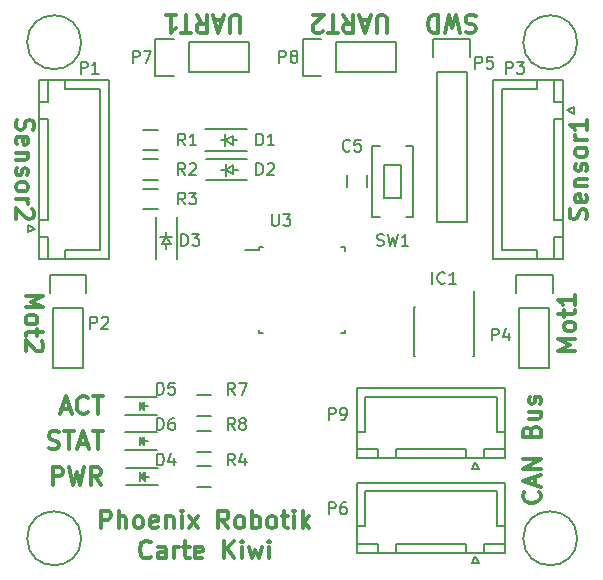
<source format=gbr>
G04 #@! TF.FileFunction,Legend,Top*
%FSLAX46Y46*%
G04 Gerber Fmt 4.6, Leading zero omitted, Abs format (unit mm)*
G04 Created by KiCad (PCBNEW 4.0.5) date Thu Feb  9 17:30:12 2017*
%MOMM*%
%LPD*%
G01*
G04 APERTURE LIST*
%ADD10C,0.100000*%
%ADD11C,0.300000*%
%ADD12C,0.150000*%
G04 APERTURE END LIST*
D10*
D11*
X132964285Y-130153571D02*
X132964285Y-128653571D01*
X133535713Y-128653571D01*
X133678571Y-128725000D01*
X133749999Y-128796429D01*
X133821428Y-128939286D01*
X133821428Y-129153571D01*
X133749999Y-129296429D01*
X133678571Y-129367857D01*
X133535713Y-129439286D01*
X132964285Y-129439286D01*
X134464285Y-130153571D02*
X134464285Y-128653571D01*
X135107142Y-130153571D02*
X135107142Y-129367857D01*
X135035713Y-129225000D01*
X134892856Y-129153571D01*
X134678571Y-129153571D01*
X134535713Y-129225000D01*
X134464285Y-129296429D01*
X136035714Y-130153571D02*
X135892856Y-130082143D01*
X135821428Y-130010714D01*
X135749999Y-129867857D01*
X135749999Y-129439286D01*
X135821428Y-129296429D01*
X135892856Y-129225000D01*
X136035714Y-129153571D01*
X136249999Y-129153571D01*
X136392856Y-129225000D01*
X136464285Y-129296429D01*
X136535714Y-129439286D01*
X136535714Y-129867857D01*
X136464285Y-130010714D01*
X136392856Y-130082143D01*
X136249999Y-130153571D01*
X136035714Y-130153571D01*
X137749999Y-130082143D02*
X137607142Y-130153571D01*
X137321428Y-130153571D01*
X137178571Y-130082143D01*
X137107142Y-129939286D01*
X137107142Y-129367857D01*
X137178571Y-129225000D01*
X137321428Y-129153571D01*
X137607142Y-129153571D01*
X137749999Y-129225000D01*
X137821428Y-129367857D01*
X137821428Y-129510714D01*
X137107142Y-129653571D01*
X138464285Y-129153571D02*
X138464285Y-130153571D01*
X138464285Y-129296429D02*
X138535713Y-129225000D01*
X138678571Y-129153571D01*
X138892856Y-129153571D01*
X139035713Y-129225000D01*
X139107142Y-129367857D01*
X139107142Y-130153571D01*
X139821428Y-130153571D02*
X139821428Y-129153571D01*
X139821428Y-128653571D02*
X139749999Y-128725000D01*
X139821428Y-128796429D01*
X139892856Y-128725000D01*
X139821428Y-128653571D01*
X139821428Y-128796429D01*
X140392857Y-130153571D02*
X141178571Y-129153571D01*
X140392857Y-129153571D02*
X141178571Y-130153571D01*
X143750000Y-130153571D02*
X143250000Y-129439286D01*
X142892857Y-130153571D02*
X142892857Y-128653571D01*
X143464285Y-128653571D01*
X143607143Y-128725000D01*
X143678571Y-128796429D01*
X143750000Y-128939286D01*
X143750000Y-129153571D01*
X143678571Y-129296429D01*
X143607143Y-129367857D01*
X143464285Y-129439286D01*
X142892857Y-129439286D01*
X144607143Y-130153571D02*
X144464285Y-130082143D01*
X144392857Y-130010714D01*
X144321428Y-129867857D01*
X144321428Y-129439286D01*
X144392857Y-129296429D01*
X144464285Y-129225000D01*
X144607143Y-129153571D01*
X144821428Y-129153571D01*
X144964285Y-129225000D01*
X145035714Y-129296429D01*
X145107143Y-129439286D01*
X145107143Y-129867857D01*
X145035714Y-130010714D01*
X144964285Y-130082143D01*
X144821428Y-130153571D01*
X144607143Y-130153571D01*
X145750000Y-130153571D02*
X145750000Y-128653571D01*
X145750000Y-129225000D02*
X145892857Y-129153571D01*
X146178571Y-129153571D01*
X146321428Y-129225000D01*
X146392857Y-129296429D01*
X146464286Y-129439286D01*
X146464286Y-129867857D01*
X146392857Y-130010714D01*
X146321428Y-130082143D01*
X146178571Y-130153571D01*
X145892857Y-130153571D01*
X145750000Y-130082143D01*
X147321429Y-130153571D02*
X147178571Y-130082143D01*
X147107143Y-130010714D01*
X147035714Y-129867857D01*
X147035714Y-129439286D01*
X147107143Y-129296429D01*
X147178571Y-129225000D01*
X147321429Y-129153571D01*
X147535714Y-129153571D01*
X147678571Y-129225000D01*
X147750000Y-129296429D01*
X147821429Y-129439286D01*
X147821429Y-129867857D01*
X147750000Y-130010714D01*
X147678571Y-130082143D01*
X147535714Y-130153571D01*
X147321429Y-130153571D01*
X148250000Y-129153571D02*
X148821429Y-129153571D01*
X148464286Y-128653571D02*
X148464286Y-129939286D01*
X148535714Y-130082143D01*
X148678572Y-130153571D01*
X148821429Y-130153571D01*
X149321429Y-130153571D02*
X149321429Y-129153571D01*
X149321429Y-128653571D02*
X149250000Y-128725000D01*
X149321429Y-128796429D01*
X149392857Y-128725000D01*
X149321429Y-128653571D01*
X149321429Y-128796429D01*
X150035715Y-130153571D02*
X150035715Y-128653571D01*
X150178572Y-129582143D02*
X150607143Y-130153571D01*
X150607143Y-129153571D02*
X150035715Y-129725000D01*
X137178572Y-132560714D02*
X137107143Y-132632143D01*
X136892857Y-132703571D01*
X136750000Y-132703571D01*
X136535715Y-132632143D01*
X136392857Y-132489286D01*
X136321429Y-132346429D01*
X136250000Y-132060714D01*
X136250000Y-131846429D01*
X136321429Y-131560714D01*
X136392857Y-131417857D01*
X136535715Y-131275000D01*
X136750000Y-131203571D01*
X136892857Y-131203571D01*
X137107143Y-131275000D01*
X137178572Y-131346429D01*
X138464286Y-132703571D02*
X138464286Y-131917857D01*
X138392857Y-131775000D01*
X138250000Y-131703571D01*
X137964286Y-131703571D01*
X137821429Y-131775000D01*
X138464286Y-132632143D02*
X138321429Y-132703571D01*
X137964286Y-132703571D01*
X137821429Y-132632143D01*
X137750000Y-132489286D01*
X137750000Y-132346429D01*
X137821429Y-132203571D01*
X137964286Y-132132143D01*
X138321429Y-132132143D01*
X138464286Y-132060714D01*
X139178572Y-132703571D02*
X139178572Y-131703571D01*
X139178572Y-131989286D02*
X139250000Y-131846429D01*
X139321429Y-131775000D01*
X139464286Y-131703571D01*
X139607143Y-131703571D01*
X139892857Y-131703571D02*
X140464286Y-131703571D01*
X140107143Y-131203571D02*
X140107143Y-132489286D01*
X140178571Y-132632143D01*
X140321429Y-132703571D01*
X140464286Y-132703571D01*
X141535714Y-132632143D02*
X141392857Y-132703571D01*
X141107143Y-132703571D01*
X140964286Y-132632143D01*
X140892857Y-132489286D01*
X140892857Y-131917857D01*
X140964286Y-131775000D01*
X141107143Y-131703571D01*
X141392857Y-131703571D01*
X141535714Y-131775000D01*
X141607143Y-131917857D01*
X141607143Y-132060714D01*
X140892857Y-132203571D01*
X143392857Y-132703571D02*
X143392857Y-131203571D01*
X144250000Y-132703571D02*
X143607143Y-131846429D01*
X144250000Y-131203571D02*
X143392857Y-132060714D01*
X144892857Y-132703571D02*
X144892857Y-131703571D01*
X144892857Y-131203571D02*
X144821428Y-131275000D01*
X144892857Y-131346429D01*
X144964285Y-131275000D01*
X144892857Y-131203571D01*
X144892857Y-131346429D01*
X145464286Y-131703571D02*
X145750000Y-132703571D01*
X146035714Y-131989286D01*
X146321429Y-132703571D01*
X146607143Y-131703571D01*
X147178572Y-132703571D02*
X147178572Y-131703571D01*
X147178572Y-131203571D02*
X147107143Y-131275000D01*
X147178572Y-131346429D01*
X147250000Y-131275000D01*
X147178572Y-131203571D01*
X147178572Y-131346429D01*
X128902857Y-126458571D02*
X128902857Y-124958571D01*
X129474285Y-124958571D01*
X129617143Y-125030000D01*
X129688571Y-125101429D01*
X129760000Y-125244286D01*
X129760000Y-125458571D01*
X129688571Y-125601429D01*
X129617143Y-125672857D01*
X129474285Y-125744286D01*
X128902857Y-125744286D01*
X130260000Y-124958571D02*
X130617143Y-126458571D01*
X130902857Y-125387143D01*
X131188571Y-126458571D01*
X131545714Y-124958571D01*
X132974286Y-126458571D02*
X132474286Y-125744286D01*
X132117143Y-126458571D02*
X132117143Y-124958571D01*
X132688571Y-124958571D01*
X132831429Y-125030000D01*
X132902857Y-125101429D01*
X132974286Y-125244286D01*
X132974286Y-125458571D01*
X132902857Y-125601429D01*
X132831429Y-125672857D01*
X132688571Y-125744286D01*
X132117143Y-125744286D01*
X128545715Y-123387143D02*
X128760001Y-123458571D01*
X129117144Y-123458571D01*
X129260001Y-123387143D01*
X129331430Y-123315714D01*
X129402858Y-123172857D01*
X129402858Y-123030000D01*
X129331430Y-122887143D01*
X129260001Y-122815714D01*
X129117144Y-122744286D01*
X128831430Y-122672857D01*
X128688572Y-122601429D01*
X128617144Y-122530000D01*
X128545715Y-122387143D01*
X128545715Y-122244286D01*
X128617144Y-122101429D01*
X128688572Y-122030000D01*
X128831430Y-121958571D01*
X129188572Y-121958571D01*
X129402858Y-122030000D01*
X129831429Y-121958571D02*
X130688572Y-121958571D01*
X130260001Y-123458571D02*
X130260001Y-121958571D01*
X131117143Y-123030000D02*
X131831429Y-123030000D01*
X130974286Y-123458571D02*
X131474286Y-121958571D01*
X131974286Y-123458571D01*
X132260000Y-121958571D02*
X133117143Y-121958571D01*
X132688572Y-123458571D02*
X132688572Y-121958571D01*
X129617143Y-120030000D02*
X130331429Y-120030000D01*
X129474286Y-120458571D02*
X129974286Y-118958571D01*
X130474286Y-120458571D01*
X131831429Y-120315714D02*
X131760000Y-120387143D01*
X131545714Y-120458571D01*
X131402857Y-120458571D01*
X131188572Y-120387143D01*
X131045714Y-120244286D01*
X130974286Y-120101429D01*
X130902857Y-119815714D01*
X130902857Y-119601429D01*
X130974286Y-119315714D01*
X131045714Y-119172857D01*
X131188572Y-119030000D01*
X131402857Y-118958571D01*
X131545714Y-118958571D01*
X131760000Y-119030000D01*
X131831429Y-119101429D01*
X132260000Y-118958571D02*
X133117143Y-118958571D01*
X132688572Y-120458571D02*
X132688572Y-118958571D01*
X144767142Y-88201429D02*
X144767142Y-86987143D01*
X144695714Y-86844286D01*
X144624285Y-86772857D01*
X144481428Y-86701429D01*
X144195714Y-86701429D01*
X144052856Y-86772857D01*
X143981428Y-86844286D01*
X143909999Y-86987143D01*
X143909999Y-88201429D01*
X143267142Y-87130000D02*
X142552856Y-87130000D01*
X143409999Y-86701429D02*
X142909999Y-88201429D01*
X142409999Y-86701429D01*
X141052856Y-86701429D02*
X141552856Y-87415714D01*
X141909999Y-86701429D02*
X141909999Y-88201429D01*
X141338571Y-88201429D01*
X141195713Y-88130000D01*
X141124285Y-88058571D01*
X141052856Y-87915714D01*
X141052856Y-87701429D01*
X141124285Y-87558571D01*
X141195713Y-87487143D01*
X141338571Y-87415714D01*
X141909999Y-87415714D01*
X140624285Y-88201429D02*
X139767142Y-88201429D01*
X140195713Y-86701429D02*
X140195713Y-88201429D01*
X138481428Y-86701429D02*
X139338571Y-86701429D01*
X138909999Y-86701429D02*
X138909999Y-88201429D01*
X139052856Y-87987143D01*
X139195714Y-87844286D01*
X139338571Y-87772857D01*
X157167142Y-88201429D02*
X157167142Y-86987143D01*
X157095714Y-86844286D01*
X157024285Y-86772857D01*
X156881428Y-86701429D01*
X156595714Y-86701429D01*
X156452856Y-86772857D01*
X156381428Y-86844286D01*
X156309999Y-86987143D01*
X156309999Y-88201429D01*
X155667142Y-87130000D02*
X154952856Y-87130000D01*
X155809999Y-86701429D02*
X155309999Y-88201429D01*
X154809999Y-86701429D01*
X153452856Y-86701429D02*
X153952856Y-87415714D01*
X154309999Y-86701429D02*
X154309999Y-88201429D01*
X153738571Y-88201429D01*
X153595713Y-88130000D01*
X153524285Y-88058571D01*
X153452856Y-87915714D01*
X153452856Y-87701429D01*
X153524285Y-87558571D01*
X153595713Y-87487143D01*
X153738571Y-87415714D01*
X154309999Y-87415714D01*
X153024285Y-88201429D02*
X152167142Y-88201429D01*
X152595713Y-86701429D02*
X152595713Y-88201429D01*
X151738571Y-88058571D02*
X151667142Y-88130000D01*
X151524285Y-88201429D01*
X151167142Y-88201429D01*
X151024285Y-88130000D01*
X150952856Y-88058571D01*
X150881428Y-87915714D01*
X150881428Y-87772857D01*
X150952856Y-87558571D01*
X151809999Y-86701429D01*
X150881428Y-86701429D01*
X125852857Y-95565715D02*
X125781429Y-95780001D01*
X125781429Y-96137144D01*
X125852857Y-96280001D01*
X125924286Y-96351430D01*
X126067143Y-96422858D01*
X126210000Y-96422858D01*
X126352857Y-96351430D01*
X126424286Y-96280001D01*
X126495714Y-96137144D01*
X126567143Y-95851430D01*
X126638571Y-95708572D01*
X126710000Y-95637144D01*
X126852857Y-95565715D01*
X126995714Y-95565715D01*
X127138571Y-95637144D01*
X127210000Y-95708572D01*
X127281429Y-95851430D01*
X127281429Y-96208572D01*
X127210000Y-96422858D01*
X125852857Y-97637143D02*
X125781429Y-97494286D01*
X125781429Y-97208572D01*
X125852857Y-97065715D01*
X125995714Y-96994286D01*
X126567143Y-96994286D01*
X126710000Y-97065715D01*
X126781429Y-97208572D01*
X126781429Y-97494286D01*
X126710000Y-97637143D01*
X126567143Y-97708572D01*
X126424286Y-97708572D01*
X126281429Y-96994286D01*
X126781429Y-98351429D02*
X125781429Y-98351429D01*
X126638571Y-98351429D02*
X126710000Y-98422857D01*
X126781429Y-98565715D01*
X126781429Y-98780000D01*
X126710000Y-98922857D01*
X126567143Y-98994286D01*
X125781429Y-98994286D01*
X125852857Y-99637143D02*
X125781429Y-99780000D01*
X125781429Y-100065715D01*
X125852857Y-100208572D01*
X125995714Y-100280000D01*
X126067143Y-100280000D01*
X126210000Y-100208572D01*
X126281429Y-100065715D01*
X126281429Y-99851429D01*
X126352857Y-99708572D01*
X126495714Y-99637143D01*
X126567143Y-99637143D01*
X126710000Y-99708572D01*
X126781429Y-99851429D01*
X126781429Y-100065715D01*
X126710000Y-100208572D01*
X125781429Y-101137144D02*
X125852857Y-100994286D01*
X125924286Y-100922858D01*
X126067143Y-100851429D01*
X126495714Y-100851429D01*
X126638571Y-100922858D01*
X126710000Y-100994286D01*
X126781429Y-101137144D01*
X126781429Y-101351429D01*
X126710000Y-101494286D01*
X126638571Y-101565715D01*
X126495714Y-101637144D01*
X126067143Y-101637144D01*
X125924286Y-101565715D01*
X125852857Y-101494286D01*
X125781429Y-101351429D01*
X125781429Y-101137144D01*
X125781429Y-102280001D02*
X126781429Y-102280001D01*
X126495714Y-102280001D02*
X126638571Y-102351429D01*
X126710000Y-102422858D01*
X126781429Y-102565715D01*
X126781429Y-102708572D01*
X127138571Y-103137143D02*
X127210000Y-103208572D01*
X127281429Y-103351429D01*
X127281429Y-103708572D01*
X127210000Y-103851429D01*
X127138571Y-103922858D01*
X126995714Y-103994286D01*
X126852857Y-103994286D01*
X126638571Y-103922858D01*
X125781429Y-103065715D01*
X125781429Y-103994286D01*
X174067143Y-103994285D02*
X174138571Y-103779999D01*
X174138571Y-103422856D01*
X174067143Y-103279999D01*
X173995714Y-103208570D01*
X173852857Y-103137142D01*
X173710000Y-103137142D01*
X173567143Y-103208570D01*
X173495714Y-103279999D01*
X173424286Y-103422856D01*
X173352857Y-103708570D01*
X173281429Y-103851428D01*
X173210000Y-103922856D01*
X173067143Y-103994285D01*
X172924286Y-103994285D01*
X172781429Y-103922856D01*
X172710000Y-103851428D01*
X172638571Y-103708570D01*
X172638571Y-103351428D01*
X172710000Y-103137142D01*
X174067143Y-101922857D02*
X174138571Y-102065714D01*
X174138571Y-102351428D01*
X174067143Y-102494285D01*
X173924286Y-102565714D01*
X173352857Y-102565714D01*
X173210000Y-102494285D01*
X173138571Y-102351428D01*
X173138571Y-102065714D01*
X173210000Y-101922857D01*
X173352857Y-101851428D01*
X173495714Y-101851428D01*
X173638571Y-102565714D01*
X173138571Y-101208571D02*
X174138571Y-101208571D01*
X173281429Y-101208571D02*
X173210000Y-101137143D01*
X173138571Y-100994285D01*
X173138571Y-100780000D01*
X173210000Y-100637143D01*
X173352857Y-100565714D01*
X174138571Y-100565714D01*
X174067143Y-99922857D02*
X174138571Y-99780000D01*
X174138571Y-99494285D01*
X174067143Y-99351428D01*
X173924286Y-99280000D01*
X173852857Y-99280000D01*
X173710000Y-99351428D01*
X173638571Y-99494285D01*
X173638571Y-99708571D01*
X173567143Y-99851428D01*
X173424286Y-99922857D01*
X173352857Y-99922857D01*
X173210000Y-99851428D01*
X173138571Y-99708571D01*
X173138571Y-99494285D01*
X173210000Y-99351428D01*
X174138571Y-98422856D02*
X174067143Y-98565714D01*
X173995714Y-98637142D01*
X173852857Y-98708571D01*
X173424286Y-98708571D01*
X173281429Y-98637142D01*
X173210000Y-98565714D01*
X173138571Y-98422856D01*
X173138571Y-98208571D01*
X173210000Y-98065714D01*
X173281429Y-97994285D01*
X173424286Y-97922856D01*
X173852857Y-97922856D01*
X173995714Y-97994285D01*
X174067143Y-98065714D01*
X174138571Y-98208571D01*
X174138571Y-98422856D01*
X174138571Y-97279999D02*
X173138571Y-97279999D01*
X173424286Y-97279999D02*
X173281429Y-97208571D01*
X173210000Y-97137142D01*
X173138571Y-96994285D01*
X173138571Y-96851428D01*
X174138571Y-95565714D02*
X174138571Y-96422857D01*
X174138571Y-95994285D02*
X172638571Y-95994285D01*
X172852857Y-96137142D01*
X172995714Y-96280000D01*
X173067143Y-96422857D01*
X126581429Y-110458572D02*
X128081429Y-110458572D01*
X127010000Y-110958572D01*
X128081429Y-111458572D01*
X126581429Y-111458572D01*
X126581429Y-112387144D02*
X126652857Y-112244286D01*
X126724286Y-112172858D01*
X126867143Y-112101429D01*
X127295714Y-112101429D01*
X127438571Y-112172858D01*
X127510000Y-112244286D01*
X127581429Y-112387144D01*
X127581429Y-112601429D01*
X127510000Y-112744286D01*
X127438571Y-112815715D01*
X127295714Y-112887144D01*
X126867143Y-112887144D01*
X126724286Y-112815715D01*
X126652857Y-112744286D01*
X126581429Y-112601429D01*
X126581429Y-112387144D01*
X127581429Y-113315715D02*
X127581429Y-113887144D01*
X128081429Y-113530001D02*
X126795714Y-113530001D01*
X126652857Y-113601429D01*
X126581429Y-113744287D01*
X126581429Y-113887144D01*
X127938571Y-114315715D02*
X128010000Y-114387144D01*
X128081429Y-114530001D01*
X128081429Y-114887144D01*
X128010000Y-115030001D01*
X127938571Y-115101430D01*
X127795714Y-115172858D01*
X127652857Y-115172858D01*
X127438571Y-115101430D01*
X126581429Y-114244287D01*
X126581429Y-115172858D01*
X173138571Y-115101428D02*
X171638571Y-115101428D01*
X172710000Y-114601428D01*
X171638571Y-114101428D01*
X173138571Y-114101428D01*
X173138571Y-113172856D02*
X173067143Y-113315714D01*
X172995714Y-113387142D01*
X172852857Y-113458571D01*
X172424286Y-113458571D01*
X172281429Y-113387142D01*
X172210000Y-113315714D01*
X172138571Y-113172856D01*
X172138571Y-112958571D01*
X172210000Y-112815714D01*
X172281429Y-112744285D01*
X172424286Y-112672856D01*
X172852857Y-112672856D01*
X172995714Y-112744285D01*
X173067143Y-112815714D01*
X173138571Y-112958571D01*
X173138571Y-113172856D01*
X172138571Y-112244285D02*
X172138571Y-111672856D01*
X171638571Y-112029999D02*
X172924286Y-112029999D01*
X173067143Y-111958571D01*
X173138571Y-111815713D01*
X173138571Y-111672856D01*
X173138571Y-110387142D02*
X173138571Y-111244285D01*
X173138571Y-110815713D02*
X171638571Y-110815713D01*
X171852857Y-110958570D01*
X171995714Y-111101428D01*
X172067143Y-111244285D01*
X170035714Y-127071428D02*
X170107143Y-127142857D01*
X170178571Y-127357143D01*
X170178571Y-127500000D01*
X170107143Y-127714285D01*
X169964286Y-127857143D01*
X169821429Y-127928571D01*
X169535714Y-128000000D01*
X169321429Y-128000000D01*
X169035714Y-127928571D01*
X168892857Y-127857143D01*
X168750000Y-127714285D01*
X168678571Y-127500000D01*
X168678571Y-127357143D01*
X168750000Y-127142857D01*
X168821429Y-127071428D01*
X169750000Y-126500000D02*
X169750000Y-125785714D01*
X170178571Y-126642857D02*
X168678571Y-126142857D01*
X170178571Y-125642857D01*
X170178571Y-125142857D02*
X168678571Y-125142857D01*
X170178571Y-124285714D01*
X168678571Y-124285714D01*
X169392857Y-121928571D02*
X169464286Y-121714285D01*
X169535714Y-121642857D01*
X169678571Y-121571428D01*
X169892857Y-121571428D01*
X170035714Y-121642857D01*
X170107143Y-121714285D01*
X170178571Y-121857143D01*
X170178571Y-122428571D01*
X168678571Y-122428571D01*
X168678571Y-121928571D01*
X168750000Y-121785714D01*
X168821429Y-121714285D01*
X168964286Y-121642857D01*
X169107143Y-121642857D01*
X169250000Y-121714285D01*
X169321429Y-121785714D01*
X169392857Y-121928571D01*
X169392857Y-122428571D01*
X169178571Y-120285714D02*
X170178571Y-120285714D01*
X169178571Y-120928571D02*
X169964286Y-120928571D01*
X170107143Y-120857143D01*
X170178571Y-120714285D01*
X170178571Y-120500000D01*
X170107143Y-120357143D01*
X170035714Y-120285714D01*
X170107143Y-119642857D02*
X170178571Y-119500000D01*
X170178571Y-119214285D01*
X170107143Y-119071428D01*
X169964286Y-119000000D01*
X169892857Y-119000000D01*
X169750000Y-119071428D01*
X169678571Y-119214285D01*
X169678571Y-119428571D01*
X169607143Y-119571428D01*
X169464286Y-119642857D01*
X169392857Y-119642857D01*
X169250000Y-119571428D01*
X169178571Y-119428571D01*
X169178571Y-119214285D01*
X169250000Y-119071428D01*
X164695714Y-86772857D02*
X164481428Y-86701429D01*
X164124285Y-86701429D01*
X163981428Y-86772857D01*
X163909999Y-86844286D01*
X163838571Y-86987143D01*
X163838571Y-87130000D01*
X163909999Y-87272857D01*
X163981428Y-87344286D01*
X164124285Y-87415714D01*
X164409999Y-87487143D01*
X164552857Y-87558571D01*
X164624285Y-87630000D01*
X164695714Y-87772857D01*
X164695714Y-87915714D01*
X164624285Y-88058571D01*
X164552857Y-88130000D01*
X164409999Y-88201429D01*
X164052857Y-88201429D01*
X163838571Y-88130000D01*
X163338571Y-88201429D02*
X162981428Y-86701429D01*
X162695714Y-87772857D01*
X162410000Y-86701429D01*
X162052857Y-88201429D01*
X161481428Y-86701429D02*
X161481428Y-88201429D01*
X161124285Y-88201429D01*
X160910000Y-88130000D01*
X160767142Y-87987143D01*
X160695714Y-87844286D01*
X160624285Y-87558571D01*
X160624285Y-87344286D01*
X160695714Y-87058571D01*
X160767142Y-86915714D01*
X160910000Y-86772857D01*
X161124285Y-86701429D01*
X161481428Y-86701429D01*
D12*
X164575000Y-111425000D02*
X164525000Y-111425000D01*
X164575000Y-115575000D02*
X164430000Y-115575000D01*
X159425000Y-115575000D02*
X159570000Y-115575000D01*
X159425000Y-111425000D02*
X159570000Y-111425000D01*
X164575000Y-111425000D02*
X164575000Y-115575000D01*
X159425000Y-111425000D02*
X159425000Y-115575000D01*
X164525000Y-111425000D02*
X164525000Y-110025000D01*
X173286000Y-89000000D02*
G75*
G03X173286000Y-89000000I-2286000J0D01*
G01*
X131286000Y-89000000D02*
G75*
G03X131286000Y-89000000I-2286000J0D01*
G01*
X131286000Y-131000000D02*
G75*
G03X131286000Y-131000000I-2286000J0D01*
G01*
X173286000Y-131000000D02*
G75*
G03X173286000Y-131000000I-2286000J0D01*
G01*
X167210000Y-124230000D02*
X167210000Y-118280000D01*
X167210000Y-118280000D02*
X154610000Y-118280000D01*
X154610000Y-118280000D02*
X154610000Y-124230000D01*
X154610000Y-124230000D02*
X167210000Y-124230000D01*
X163910000Y-124230000D02*
X163910000Y-123480000D01*
X163910000Y-123480000D02*
X157910000Y-123480000D01*
X157910000Y-123480000D02*
X157910000Y-124230000D01*
X157910000Y-124230000D02*
X163910000Y-124230000D01*
X167210000Y-124230000D02*
X167210000Y-123480000D01*
X167210000Y-123480000D02*
X165410000Y-123480000D01*
X165410000Y-123480000D02*
X165410000Y-124230000D01*
X165410000Y-124230000D02*
X167210000Y-124230000D01*
X156410000Y-124230000D02*
X156410000Y-123480000D01*
X156410000Y-123480000D02*
X154610000Y-123480000D01*
X154610000Y-123480000D02*
X154610000Y-124230000D01*
X154610000Y-124230000D02*
X156410000Y-124230000D01*
X167210000Y-121980000D02*
X166460000Y-121980000D01*
X166460000Y-121980000D02*
X166460000Y-119030000D01*
X166460000Y-119030000D02*
X160910000Y-119030000D01*
X154610000Y-121980000D02*
X155360000Y-121980000D01*
X155360000Y-121980000D02*
X155360000Y-119030000D01*
X155360000Y-119030000D02*
X160910000Y-119030000D01*
X164660000Y-124530000D02*
X164960000Y-125130000D01*
X164960000Y-125130000D02*
X164360000Y-125130000D01*
X164360000Y-125130000D02*
X164660000Y-124530000D01*
X153810000Y-100280000D02*
X153810000Y-101280000D01*
X155510000Y-101280000D02*
X155510000Y-100280000D01*
X144127500Y-97280000D02*
X144508500Y-97280000D01*
X143111500Y-97280000D02*
X143492500Y-97280000D01*
X143492500Y-97280000D02*
X144127500Y-96899000D01*
X144127500Y-96899000D02*
X144127500Y-97661000D01*
X144127500Y-97661000D02*
X143492500Y-97280000D01*
X143492500Y-96772000D02*
X143492500Y-97788000D01*
X141810000Y-98180000D02*
X145350000Y-98180000D01*
X141810000Y-96380000D02*
X145350000Y-96380000D01*
X144142500Y-99780000D02*
X144523500Y-99780000D01*
X143126500Y-99780000D02*
X143507500Y-99780000D01*
X143507500Y-99780000D02*
X144142500Y-99399000D01*
X144142500Y-99399000D02*
X144142500Y-100161000D01*
X144142500Y-100161000D02*
X143507500Y-99780000D01*
X143507500Y-99272000D02*
X143507500Y-100288000D01*
X141825000Y-100680000D02*
X145365000Y-100680000D01*
X141825000Y-98880000D02*
X145365000Y-98880000D01*
X138510000Y-106097500D02*
X138510000Y-106478500D01*
X138510000Y-105081500D02*
X138510000Y-105462500D01*
X138510000Y-105462500D02*
X138891000Y-106097500D01*
X138891000Y-106097500D02*
X138129000Y-106097500D01*
X138129000Y-106097500D02*
X138510000Y-105462500D01*
X139018000Y-105462500D02*
X138002000Y-105462500D01*
X137610000Y-103780000D02*
X137610000Y-107320000D01*
X139410000Y-103780000D02*
X139410000Y-107320000D01*
X135060000Y-126530000D02*
X137760000Y-126530000D01*
X135060000Y-125030000D02*
X137760000Y-125030000D01*
X136560000Y-125930000D02*
X136560000Y-125680000D01*
X136560000Y-125680000D02*
X136410000Y-125830000D01*
X136310000Y-125430000D02*
X136310000Y-126130000D01*
X136660000Y-125780000D02*
X137010000Y-125780000D01*
X136310000Y-125780000D02*
X136660000Y-125430000D01*
X136660000Y-125430000D02*
X136660000Y-126130000D01*
X136660000Y-126130000D02*
X136310000Y-125780000D01*
X135010980Y-120530000D02*
X137710980Y-120530000D01*
X135010980Y-119030000D02*
X137710980Y-119030000D01*
X136510980Y-119930000D02*
X136510980Y-119680000D01*
X136510980Y-119680000D02*
X136360980Y-119830000D01*
X136260980Y-119430000D02*
X136260980Y-120130000D01*
X136610980Y-119780000D02*
X136960980Y-119780000D01*
X136260980Y-119780000D02*
X136610980Y-119430000D01*
X136610980Y-119430000D02*
X136610980Y-120130000D01*
X136610980Y-120130000D02*
X136260980Y-119780000D01*
X135010980Y-123530000D02*
X137710980Y-123530000D01*
X135010980Y-122030000D02*
X137710980Y-122030000D01*
X136510980Y-122930000D02*
X136510980Y-122680000D01*
X136510980Y-122680000D02*
X136360980Y-122830000D01*
X136260980Y-122430000D02*
X136260980Y-123130000D01*
X136610980Y-122780000D02*
X136960980Y-122780000D01*
X136260980Y-122780000D02*
X136610980Y-122430000D01*
X136610980Y-122430000D02*
X136610980Y-123130000D01*
X136610980Y-123130000D02*
X136260980Y-122780000D01*
X127710000Y-107330000D02*
X133660000Y-107330000D01*
X133660000Y-107330000D02*
X133660000Y-92230000D01*
X133660000Y-92230000D02*
X127710000Y-92230000D01*
X127710000Y-92230000D02*
X127710000Y-107330000D01*
X127710000Y-104030000D02*
X128460000Y-104030000D01*
X128460000Y-104030000D02*
X128460000Y-95530000D01*
X128460000Y-95530000D02*
X127710000Y-95530000D01*
X127710000Y-95530000D02*
X127710000Y-104030000D01*
X127710000Y-107330000D02*
X128460000Y-107330000D01*
X128460000Y-107330000D02*
X128460000Y-105530000D01*
X128460000Y-105530000D02*
X127710000Y-105530000D01*
X127710000Y-105530000D02*
X127710000Y-107330000D01*
X127710000Y-94030000D02*
X128460000Y-94030000D01*
X128460000Y-94030000D02*
X128460000Y-92230000D01*
X128460000Y-92230000D02*
X127710000Y-92230000D01*
X127710000Y-92230000D02*
X127710000Y-94030000D01*
X129960000Y-107330000D02*
X129960000Y-106580000D01*
X129960000Y-106580000D02*
X132910000Y-106580000D01*
X132910000Y-106580000D02*
X132910000Y-99780000D01*
X129960000Y-92230000D02*
X129960000Y-92980000D01*
X129960000Y-92980000D02*
X132910000Y-92980000D01*
X132910000Y-92980000D02*
X132910000Y-99780000D01*
X127410000Y-104780000D02*
X126810000Y-105080000D01*
X126810000Y-105080000D02*
X126810000Y-104480000D01*
X126810000Y-104480000D02*
X127410000Y-104780000D01*
X128890000Y-111510000D02*
X128890000Y-116590000D01*
X128890000Y-116590000D02*
X131430000Y-116590000D01*
X131430000Y-116590000D02*
X131430000Y-111510000D01*
X131710000Y-108690000D02*
X131710000Y-110240000D01*
X131430000Y-111510000D02*
X128890000Y-111510000D01*
X128610000Y-110240000D02*
X128610000Y-108690000D01*
X128610000Y-108690000D02*
X131710000Y-108690000D01*
X172110000Y-92230000D02*
X166160000Y-92230000D01*
X166160000Y-92230000D02*
X166160000Y-107330000D01*
X166160000Y-107330000D02*
X172110000Y-107330000D01*
X172110000Y-107330000D02*
X172110000Y-92230000D01*
X172110000Y-95530000D02*
X171360000Y-95530000D01*
X171360000Y-95530000D02*
X171360000Y-104030000D01*
X171360000Y-104030000D02*
X172110000Y-104030000D01*
X172110000Y-104030000D02*
X172110000Y-95530000D01*
X172110000Y-92230000D02*
X171360000Y-92230000D01*
X171360000Y-92230000D02*
X171360000Y-94030000D01*
X171360000Y-94030000D02*
X172110000Y-94030000D01*
X172110000Y-94030000D02*
X172110000Y-92230000D01*
X172110000Y-105530000D02*
X171360000Y-105530000D01*
X171360000Y-105530000D02*
X171360000Y-107330000D01*
X171360000Y-107330000D02*
X172110000Y-107330000D01*
X172110000Y-107330000D02*
X172110000Y-105530000D01*
X169860000Y-92230000D02*
X169860000Y-92980000D01*
X169860000Y-92980000D02*
X166910000Y-92980000D01*
X166910000Y-92980000D02*
X166910000Y-99780000D01*
X169860000Y-107330000D02*
X169860000Y-106580000D01*
X169860000Y-106580000D02*
X166910000Y-106580000D01*
X166910000Y-106580000D02*
X166910000Y-99780000D01*
X172410000Y-94780000D02*
X173010000Y-94480000D01*
X173010000Y-94480000D02*
X173010000Y-95080000D01*
X173010000Y-95080000D02*
X172410000Y-94780000D01*
X168390000Y-111510000D02*
X168390000Y-116590000D01*
X168390000Y-116590000D02*
X170930000Y-116590000D01*
X170930000Y-116590000D02*
X170930000Y-111510000D01*
X171210000Y-108690000D02*
X171210000Y-110240000D01*
X170930000Y-111510000D02*
X168390000Y-111510000D01*
X168110000Y-110240000D02*
X168110000Y-108690000D01*
X168110000Y-108690000D02*
X171210000Y-108690000D01*
X163930000Y-91510000D02*
X163930000Y-104210000D01*
X163930000Y-104210000D02*
X161390000Y-104210000D01*
X161390000Y-104210000D02*
X161390000Y-91510000D01*
X164210000Y-88690000D02*
X164210000Y-90240000D01*
X163930000Y-91510000D02*
X161390000Y-91510000D01*
X161110000Y-90240000D02*
X161110000Y-88690000D01*
X161110000Y-88690000D02*
X164210000Y-88690000D01*
X167210000Y-132230000D02*
X167210000Y-126280000D01*
X167210000Y-126280000D02*
X154610000Y-126280000D01*
X154610000Y-126280000D02*
X154610000Y-132230000D01*
X154610000Y-132230000D02*
X167210000Y-132230000D01*
X163910000Y-132230000D02*
X163910000Y-131480000D01*
X163910000Y-131480000D02*
X157910000Y-131480000D01*
X157910000Y-131480000D02*
X157910000Y-132230000D01*
X157910000Y-132230000D02*
X163910000Y-132230000D01*
X167210000Y-132230000D02*
X167210000Y-131480000D01*
X167210000Y-131480000D02*
X165410000Y-131480000D01*
X165410000Y-131480000D02*
X165410000Y-132230000D01*
X165410000Y-132230000D02*
X167210000Y-132230000D01*
X156410000Y-132230000D02*
X156410000Y-131480000D01*
X156410000Y-131480000D02*
X154610000Y-131480000D01*
X154610000Y-131480000D02*
X154610000Y-132230000D01*
X154610000Y-132230000D02*
X156410000Y-132230000D01*
X167210000Y-129980000D02*
X166460000Y-129980000D01*
X166460000Y-129980000D02*
X166460000Y-127030000D01*
X166460000Y-127030000D02*
X160910000Y-127030000D01*
X154610000Y-129980000D02*
X155360000Y-129980000D01*
X155360000Y-129980000D02*
X155360000Y-127030000D01*
X155360000Y-127030000D02*
X160910000Y-127030000D01*
X164660000Y-132530000D02*
X164960000Y-133130000D01*
X164960000Y-133130000D02*
X164360000Y-133130000D01*
X164360000Y-133130000D02*
X164660000Y-132530000D01*
X140390000Y-91550000D02*
X145470000Y-91550000D01*
X145470000Y-91550000D02*
X145470000Y-89010000D01*
X145470000Y-89010000D02*
X140390000Y-89010000D01*
X137570000Y-88730000D02*
X139120000Y-88730000D01*
X140390000Y-89010000D02*
X140390000Y-91550000D01*
X139120000Y-91830000D02*
X137570000Y-91830000D01*
X137570000Y-91830000D02*
X137570000Y-88730000D01*
X152890000Y-91550000D02*
X157970000Y-91550000D01*
X157970000Y-91550000D02*
X157970000Y-89010000D01*
X157970000Y-89010000D02*
X152890000Y-89010000D01*
X150070000Y-88730000D02*
X151620000Y-88730000D01*
X152890000Y-89010000D02*
X152890000Y-91550000D01*
X151620000Y-91830000D02*
X150070000Y-91830000D01*
X150070000Y-91830000D02*
X150070000Y-88730000D01*
X136560000Y-96405000D02*
X137760000Y-96405000D01*
X137760000Y-98155000D02*
X136560000Y-98155000D01*
X136560000Y-98905000D02*
X137760000Y-98905000D01*
X137760000Y-100655000D02*
X136560000Y-100655000D01*
X136560000Y-101405000D02*
X137760000Y-101405000D01*
X137760000Y-103155000D02*
X136560000Y-103155000D01*
X141060000Y-124905000D02*
X142260000Y-124905000D01*
X142260000Y-126655000D02*
X141060000Y-126655000D01*
X141060000Y-118905000D02*
X142260000Y-118905000D01*
X142260000Y-120655000D02*
X141060000Y-120655000D01*
X141060000Y-121905000D02*
X142260000Y-121905000D01*
X142260000Y-123655000D02*
X141060000Y-123655000D01*
X156960000Y-102180000D02*
X156960000Y-99380000D01*
X156960000Y-99380000D02*
X158360000Y-99380000D01*
X158360000Y-99380000D02*
X158360000Y-102180000D01*
X158360000Y-102180000D02*
X156960000Y-102180000D01*
X155910000Y-97780000D02*
X156560000Y-97780000D01*
X159410000Y-97780000D02*
X158760000Y-97780000D01*
X158760000Y-103780000D02*
X159410000Y-103780000D01*
X155910000Y-103780000D02*
X156560000Y-103780000D01*
X155910000Y-97780000D02*
X155910000Y-103780000D01*
X159410000Y-103780000D02*
X159410000Y-97780000D01*
X146375000Y-106375000D02*
X146375000Y-106600000D01*
X153625000Y-106375000D02*
X153625000Y-106675000D01*
X153625000Y-113625000D02*
X153625000Y-113325000D01*
X146375000Y-113625000D02*
X146375000Y-113325000D01*
X146375000Y-106375000D02*
X146675000Y-106375000D01*
X146375000Y-113625000D02*
X146675000Y-113625000D01*
X153625000Y-113625000D02*
X153325000Y-113625000D01*
X153625000Y-106375000D02*
X153325000Y-106375000D01*
X146375000Y-106600000D02*
X145150000Y-106600000D01*
X161023810Y-109452381D02*
X161023810Y-108452381D01*
X162071429Y-109357143D02*
X162023810Y-109404762D01*
X161880953Y-109452381D01*
X161785715Y-109452381D01*
X161642857Y-109404762D01*
X161547619Y-109309524D01*
X161500000Y-109214286D01*
X161452381Y-109023810D01*
X161452381Y-108880952D01*
X161500000Y-108690476D01*
X161547619Y-108595238D01*
X161642857Y-108500000D01*
X161785715Y-108452381D01*
X161880953Y-108452381D01*
X162023810Y-108500000D01*
X162071429Y-108547619D01*
X163023810Y-109452381D02*
X162452381Y-109452381D01*
X162738095Y-109452381D02*
X162738095Y-108452381D01*
X162642857Y-108595238D01*
X162547619Y-108690476D01*
X162452381Y-108738095D01*
X152261905Y-120952381D02*
X152261905Y-119952381D01*
X152642858Y-119952381D01*
X152738096Y-120000000D01*
X152785715Y-120047619D01*
X152833334Y-120142857D01*
X152833334Y-120285714D01*
X152785715Y-120380952D01*
X152738096Y-120428571D01*
X152642858Y-120476190D01*
X152261905Y-120476190D01*
X153309524Y-120952381D02*
X153500000Y-120952381D01*
X153595239Y-120904762D01*
X153642858Y-120857143D01*
X153738096Y-120714286D01*
X153785715Y-120523810D01*
X153785715Y-120142857D01*
X153738096Y-120047619D01*
X153690477Y-120000000D01*
X153595239Y-119952381D01*
X153404762Y-119952381D01*
X153309524Y-120000000D01*
X153261905Y-120047619D01*
X153214286Y-120142857D01*
X153214286Y-120380952D01*
X153261905Y-120476190D01*
X153309524Y-120523810D01*
X153404762Y-120571429D01*
X153595239Y-120571429D01*
X153690477Y-120523810D01*
X153738096Y-120476190D01*
X153785715Y-120380952D01*
X154033334Y-98157143D02*
X153985715Y-98204762D01*
X153842858Y-98252381D01*
X153747620Y-98252381D01*
X153604762Y-98204762D01*
X153509524Y-98109524D01*
X153461905Y-98014286D01*
X153414286Y-97823810D01*
X153414286Y-97680952D01*
X153461905Y-97490476D01*
X153509524Y-97395238D01*
X153604762Y-97300000D01*
X153747620Y-97252381D01*
X153842858Y-97252381D01*
X153985715Y-97300000D01*
X154033334Y-97347619D01*
X154938096Y-97252381D02*
X154461905Y-97252381D01*
X154414286Y-97728571D01*
X154461905Y-97680952D01*
X154557143Y-97633333D01*
X154795239Y-97633333D01*
X154890477Y-97680952D01*
X154938096Y-97728571D01*
X154985715Y-97823810D01*
X154985715Y-98061905D01*
X154938096Y-98157143D01*
X154890477Y-98204762D01*
X154795239Y-98252381D01*
X154557143Y-98252381D01*
X154461905Y-98204762D01*
X154414286Y-98157143D01*
X146121905Y-97732381D02*
X146121905Y-96732381D01*
X146360000Y-96732381D01*
X146502858Y-96780000D01*
X146598096Y-96875238D01*
X146645715Y-96970476D01*
X146693334Y-97160952D01*
X146693334Y-97303810D01*
X146645715Y-97494286D01*
X146598096Y-97589524D01*
X146502858Y-97684762D01*
X146360000Y-97732381D01*
X146121905Y-97732381D01*
X147645715Y-97732381D02*
X147074286Y-97732381D01*
X147360000Y-97732381D02*
X147360000Y-96732381D01*
X147264762Y-96875238D01*
X147169524Y-96970476D01*
X147074286Y-97018095D01*
X146121905Y-100232381D02*
X146121905Y-99232381D01*
X146360000Y-99232381D01*
X146502858Y-99280000D01*
X146598096Y-99375238D01*
X146645715Y-99470476D01*
X146693334Y-99660952D01*
X146693334Y-99803810D01*
X146645715Y-99994286D01*
X146598096Y-100089524D01*
X146502858Y-100184762D01*
X146360000Y-100232381D01*
X146121905Y-100232381D01*
X147074286Y-99327619D02*
X147121905Y-99280000D01*
X147217143Y-99232381D01*
X147455239Y-99232381D01*
X147550477Y-99280000D01*
X147598096Y-99327619D01*
X147645715Y-99422857D01*
X147645715Y-99518095D01*
X147598096Y-99660952D01*
X147026667Y-100232381D01*
X147645715Y-100232381D01*
X139771905Y-106232381D02*
X139771905Y-105232381D01*
X140010000Y-105232381D01*
X140152858Y-105280000D01*
X140248096Y-105375238D01*
X140295715Y-105470476D01*
X140343334Y-105660952D01*
X140343334Y-105803810D01*
X140295715Y-105994286D01*
X140248096Y-106089524D01*
X140152858Y-106184762D01*
X140010000Y-106232381D01*
X139771905Y-106232381D01*
X140676667Y-105232381D02*
X141295715Y-105232381D01*
X140962381Y-105613333D01*
X141105239Y-105613333D01*
X141200477Y-105660952D01*
X141248096Y-105708571D01*
X141295715Y-105803810D01*
X141295715Y-106041905D01*
X141248096Y-106137143D01*
X141200477Y-106184762D01*
X141105239Y-106232381D01*
X140819524Y-106232381D01*
X140724286Y-106184762D01*
X140676667Y-106137143D01*
X137721905Y-124832381D02*
X137721905Y-123832381D01*
X137960000Y-123832381D01*
X138102858Y-123880000D01*
X138198096Y-123975238D01*
X138245715Y-124070476D01*
X138293334Y-124260952D01*
X138293334Y-124403810D01*
X138245715Y-124594286D01*
X138198096Y-124689524D01*
X138102858Y-124784762D01*
X137960000Y-124832381D01*
X137721905Y-124832381D01*
X139150477Y-124165714D02*
X139150477Y-124832381D01*
X138912381Y-123784762D02*
X138674286Y-124499048D01*
X139293334Y-124499048D01*
X137721905Y-118832381D02*
X137721905Y-117832381D01*
X137960000Y-117832381D01*
X138102858Y-117880000D01*
X138198096Y-117975238D01*
X138245715Y-118070476D01*
X138293334Y-118260952D01*
X138293334Y-118403810D01*
X138245715Y-118594286D01*
X138198096Y-118689524D01*
X138102858Y-118784762D01*
X137960000Y-118832381D01*
X137721905Y-118832381D01*
X139198096Y-117832381D02*
X138721905Y-117832381D01*
X138674286Y-118308571D01*
X138721905Y-118260952D01*
X138817143Y-118213333D01*
X139055239Y-118213333D01*
X139150477Y-118260952D01*
X139198096Y-118308571D01*
X139245715Y-118403810D01*
X139245715Y-118641905D01*
X139198096Y-118737143D01*
X139150477Y-118784762D01*
X139055239Y-118832381D01*
X138817143Y-118832381D01*
X138721905Y-118784762D01*
X138674286Y-118737143D01*
X137721905Y-121832381D02*
X137721905Y-120832381D01*
X137960000Y-120832381D01*
X138102858Y-120880000D01*
X138198096Y-120975238D01*
X138245715Y-121070476D01*
X138293334Y-121260952D01*
X138293334Y-121403810D01*
X138245715Y-121594286D01*
X138198096Y-121689524D01*
X138102858Y-121784762D01*
X137960000Y-121832381D01*
X137721905Y-121832381D01*
X139150477Y-120832381D02*
X138960000Y-120832381D01*
X138864762Y-120880000D01*
X138817143Y-120927619D01*
X138721905Y-121070476D01*
X138674286Y-121260952D01*
X138674286Y-121641905D01*
X138721905Y-121737143D01*
X138769524Y-121784762D01*
X138864762Y-121832381D01*
X139055239Y-121832381D01*
X139150477Y-121784762D01*
X139198096Y-121737143D01*
X139245715Y-121641905D01*
X139245715Y-121403810D01*
X139198096Y-121308571D01*
X139150477Y-121260952D01*
X139055239Y-121213333D01*
X138864762Y-121213333D01*
X138769524Y-121260952D01*
X138721905Y-121308571D01*
X138674286Y-121403810D01*
X131261905Y-91652381D02*
X131261905Y-90652381D01*
X131642858Y-90652381D01*
X131738096Y-90700000D01*
X131785715Y-90747619D01*
X131833334Y-90842857D01*
X131833334Y-90985714D01*
X131785715Y-91080952D01*
X131738096Y-91128571D01*
X131642858Y-91176190D01*
X131261905Y-91176190D01*
X132785715Y-91652381D02*
X132214286Y-91652381D01*
X132500000Y-91652381D02*
X132500000Y-90652381D01*
X132404762Y-90795238D01*
X132309524Y-90890476D01*
X132214286Y-90938095D01*
X132061905Y-113252381D02*
X132061905Y-112252381D01*
X132442858Y-112252381D01*
X132538096Y-112300000D01*
X132585715Y-112347619D01*
X132633334Y-112442857D01*
X132633334Y-112585714D01*
X132585715Y-112680952D01*
X132538096Y-112728571D01*
X132442858Y-112776190D01*
X132061905Y-112776190D01*
X133014286Y-112347619D02*
X133061905Y-112300000D01*
X133157143Y-112252381D01*
X133395239Y-112252381D01*
X133490477Y-112300000D01*
X133538096Y-112347619D01*
X133585715Y-112442857D01*
X133585715Y-112538095D01*
X133538096Y-112680952D01*
X132966667Y-113252381D01*
X133585715Y-113252381D01*
X167261905Y-91652381D02*
X167261905Y-90652381D01*
X167642858Y-90652381D01*
X167738096Y-90700000D01*
X167785715Y-90747619D01*
X167833334Y-90842857D01*
X167833334Y-90985714D01*
X167785715Y-91080952D01*
X167738096Y-91128571D01*
X167642858Y-91176190D01*
X167261905Y-91176190D01*
X168166667Y-90652381D02*
X168785715Y-90652381D01*
X168452381Y-91033333D01*
X168595239Y-91033333D01*
X168690477Y-91080952D01*
X168738096Y-91128571D01*
X168785715Y-91223810D01*
X168785715Y-91461905D01*
X168738096Y-91557143D01*
X168690477Y-91604762D01*
X168595239Y-91652381D01*
X168309524Y-91652381D01*
X168214286Y-91604762D01*
X168166667Y-91557143D01*
X166061905Y-114252381D02*
X166061905Y-113252381D01*
X166442858Y-113252381D01*
X166538096Y-113300000D01*
X166585715Y-113347619D01*
X166633334Y-113442857D01*
X166633334Y-113585714D01*
X166585715Y-113680952D01*
X166538096Y-113728571D01*
X166442858Y-113776190D01*
X166061905Y-113776190D01*
X167490477Y-113585714D02*
X167490477Y-114252381D01*
X167252381Y-113204762D02*
X167014286Y-113919048D01*
X167633334Y-113919048D01*
X164661905Y-91232381D02*
X164661905Y-90232381D01*
X165042858Y-90232381D01*
X165138096Y-90280000D01*
X165185715Y-90327619D01*
X165233334Y-90422857D01*
X165233334Y-90565714D01*
X165185715Y-90660952D01*
X165138096Y-90708571D01*
X165042858Y-90756190D01*
X164661905Y-90756190D01*
X166138096Y-90232381D02*
X165661905Y-90232381D01*
X165614286Y-90708571D01*
X165661905Y-90660952D01*
X165757143Y-90613333D01*
X165995239Y-90613333D01*
X166090477Y-90660952D01*
X166138096Y-90708571D01*
X166185715Y-90803810D01*
X166185715Y-91041905D01*
X166138096Y-91137143D01*
X166090477Y-91184762D01*
X165995239Y-91232381D01*
X165757143Y-91232381D01*
X165661905Y-91184762D01*
X165614286Y-91137143D01*
X152261905Y-128952381D02*
X152261905Y-127952381D01*
X152642858Y-127952381D01*
X152738096Y-128000000D01*
X152785715Y-128047619D01*
X152833334Y-128142857D01*
X152833334Y-128285714D01*
X152785715Y-128380952D01*
X152738096Y-128428571D01*
X152642858Y-128476190D01*
X152261905Y-128476190D01*
X153690477Y-127952381D02*
X153500000Y-127952381D01*
X153404762Y-128000000D01*
X153357143Y-128047619D01*
X153261905Y-128190476D01*
X153214286Y-128380952D01*
X153214286Y-128761905D01*
X153261905Y-128857143D01*
X153309524Y-128904762D01*
X153404762Y-128952381D01*
X153595239Y-128952381D01*
X153690477Y-128904762D01*
X153738096Y-128857143D01*
X153785715Y-128761905D01*
X153785715Y-128523810D01*
X153738096Y-128428571D01*
X153690477Y-128380952D01*
X153595239Y-128333333D01*
X153404762Y-128333333D01*
X153309524Y-128380952D01*
X153261905Y-128428571D01*
X153214286Y-128523810D01*
X135661905Y-90732381D02*
X135661905Y-89732381D01*
X136042858Y-89732381D01*
X136138096Y-89780000D01*
X136185715Y-89827619D01*
X136233334Y-89922857D01*
X136233334Y-90065714D01*
X136185715Y-90160952D01*
X136138096Y-90208571D01*
X136042858Y-90256190D01*
X135661905Y-90256190D01*
X136566667Y-89732381D02*
X137233334Y-89732381D01*
X136804762Y-90732381D01*
X148061905Y-90732381D02*
X148061905Y-89732381D01*
X148442858Y-89732381D01*
X148538096Y-89780000D01*
X148585715Y-89827619D01*
X148633334Y-89922857D01*
X148633334Y-90065714D01*
X148585715Y-90160952D01*
X148538096Y-90208571D01*
X148442858Y-90256190D01*
X148061905Y-90256190D01*
X149204762Y-90160952D02*
X149109524Y-90113333D01*
X149061905Y-90065714D01*
X149014286Y-89970476D01*
X149014286Y-89922857D01*
X149061905Y-89827619D01*
X149109524Y-89780000D01*
X149204762Y-89732381D01*
X149395239Y-89732381D01*
X149490477Y-89780000D01*
X149538096Y-89827619D01*
X149585715Y-89922857D01*
X149585715Y-89970476D01*
X149538096Y-90065714D01*
X149490477Y-90113333D01*
X149395239Y-90160952D01*
X149204762Y-90160952D01*
X149109524Y-90208571D01*
X149061905Y-90256190D01*
X149014286Y-90351429D01*
X149014286Y-90541905D01*
X149061905Y-90637143D01*
X149109524Y-90684762D01*
X149204762Y-90732381D01*
X149395239Y-90732381D01*
X149490477Y-90684762D01*
X149538096Y-90637143D01*
X149585715Y-90541905D01*
X149585715Y-90351429D01*
X149538096Y-90256190D01*
X149490477Y-90208571D01*
X149395239Y-90160952D01*
X140093334Y-97732381D02*
X139760000Y-97256190D01*
X139521905Y-97732381D02*
X139521905Y-96732381D01*
X139902858Y-96732381D01*
X139998096Y-96780000D01*
X140045715Y-96827619D01*
X140093334Y-96922857D01*
X140093334Y-97065714D01*
X140045715Y-97160952D01*
X139998096Y-97208571D01*
X139902858Y-97256190D01*
X139521905Y-97256190D01*
X141045715Y-97732381D02*
X140474286Y-97732381D01*
X140760000Y-97732381D02*
X140760000Y-96732381D01*
X140664762Y-96875238D01*
X140569524Y-96970476D01*
X140474286Y-97018095D01*
X140093334Y-100232381D02*
X139760000Y-99756190D01*
X139521905Y-100232381D02*
X139521905Y-99232381D01*
X139902858Y-99232381D01*
X139998096Y-99280000D01*
X140045715Y-99327619D01*
X140093334Y-99422857D01*
X140093334Y-99565714D01*
X140045715Y-99660952D01*
X139998096Y-99708571D01*
X139902858Y-99756190D01*
X139521905Y-99756190D01*
X140474286Y-99327619D02*
X140521905Y-99280000D01*
X140617143Y-99232381D01*
X140855239Y-99232381D01*
X140950477Y-99280000D01*
X140998096Y-99327619D01*
X141045715Y-99422857D01*
X141045715Y-99518095D01*
X140998096Y-99660952D01*
X140426667Y-100232381D01*
X141045715Y-100232381D01*
X140093334Y-102732381D02*
X139760000Y-102256190D01*
X139521905Y-102732381D02*
X139521905Y-101732381D01*
X139902858Y-101732381D01*
X139998096Y-101780000D01*
X140045715Y-101827619D01*
X140093334Y-101922857D01*
X140093334Y-102065714D01*
X140045715Y-102160952D01*
X139998096Y-102208571D01*
X139902858Y-102256190D01*
X139521905Y-102256190D01*
X140426667Y-101732381D02*
X141045715Y-101732381D01*
X140712381Y-102113333D01*
X140855239Y-102113333D01*
X140950477Y-102160952D01*
X140998096Y-102208571D01*
X141045715Y-102303810D01*
X141045715Y-102541905D01*
X140998096Y-102637143D01*
X140950477Y-102684762D01*
X140855239Y-102732381D01*
X140569524Y-102732381D01*
X140474286Y-102684762D01*
X140426667Y-102637143D01*
X144293334Y-124832381D02*
X143960000Y-124356190D01*
X143721905Y-124832381D02*
X143721905Y-123832381D01*
X144102858Y-123832381D01*
X144198096Y-123880000D01*
X144245715Y-123927619D01*
X144293334Y-124022857D01*
X144293334Y-124165714D01*
X144245715Y-124260952D01*
X144198096Y-124308571D01*
X144102858Y-124356190D01*
X143721905Y-124356190D01*
X145150477Y-124165714D02*
X145150477Y-124832381D01*
X144912381Y-123784762D02*
X144674286Y-124499048D01*
X145293334Y-124499048D01*
X144293334Y-118832381D02*
X143960000Y-118356190D01*
X143721905Y-118832381D02*
X143721905Y-117832381D01*
X144102858Y-117832381D01*
X144198096Y-117880000D01*
X144245715Y-117927619D01*
X144293334Y-118022857D01*
X144293334Y-118165714D01*
X144245715Y-118260952D01*
X144198096Y-118308571D01*
X144102858Y-118356190D01*
X143721905Y-118356190D01*
X144626667Y-117832381D02*
X145293334Y-117832381D01*
X144864762Y-118832381D01*
X144293334Y-121832381D02*
X143960000Y-121356190D01*
X143721905Y-121832381D02*
X143721905Y-120832381D01*
X144102858Y-120832381D01*
X144198096Y-120880000D01*
X144245715Y-120927619D01*
X144293334Y-121022857D01*
X144293334Y-121165714D01*
X144245715Y-121260952D01*
X144198096Y-121308571D01*
X144102858Y-121356190D01*
X143721905Y-121356190D01*
X144864762Y-121260952D02*
X144769524Y-121213333D01*
X144721905Y-121165714D01*
X144674286Y-121070476D01*
X144674286Y-121022857D01*
X144721905Y-120927619D01*
X144769524Y-120880000D01*
X144864762Y-120832381D01*
X145055239Y-120832381D01*
X145150477Y-120880000D01*
X145198096Y-120927619D01*
X145245715Y-121022857D01*
X145245715Y-121070476D01*
X145198096Y-121165714D01*
X145150477Y-121213333D01*
X145055239Y-121260952D01*
X144864762Y-121260952D01*
X144769524Y-121308571D01*
X144721905Y-121356190D01*
X144674286Y-121451429D01*
X144674286Y-121641905D01*
X144721905Y-121737143D01*
X144769524Y-121784762D01*
X144864762Y-121832381D01*
X145055239Y-121832381D01*
X145150477Y-121784762D01*
X145198096Y-121737143D01*
X145245715Y-121641905D01*
X145245715Y-121451429D01*
X145198096Y-121356190D01*
X145150477Y-121308571D01*
X145055239Y-121260952D01*
X156326667Y-106184762D02*
X156469524Y-106232381D01*
X156707620Y-106232381D01*
X156802858Y-106184762D01*
X156850477Y-106137143D01*
X156898096Y-106041905D01*
X156898096Y-105946667D01*
X156850477Y-105851429D01*
X156802858Y-105803810D01*
X156707620Y-105756190D01*
X156517143Y-105708571D01*
X156421905Y-105660952D01*
X156374286Y-105613333D01*
X156326667Y-105518095D01*
X156326667Y-105422857D01*
X156374286Y-105327619D01*
X156421905Y-105280000D01*
X156517143Y-105232381D01*
X156755239Y-105232381D01*
X156898096Y-105280000D01*
X157231429Y-105232381D02*
X157469524Y-106232381D01*
X157660001Y-105518095D01*
X157850477Y-106232381D01*
X158088572Y-105232381D01*
X158993334Y-106232381D02*
X158421905Y-106232381D01*
X158707619Y-106232381D02*
X158707619Y-105232381D01*
X158612381Y-105375238D01*
X158517143Y-105470476D01*
X158421905Y-105518095D01*
X147438095Y-103552381D02*
X147438095Y-104361905D01*
X147485714Y-104457143D01*
X147533333Y-104504762D01*
X147628571Y-104552381D01*
X147819048Y-104552381D01*
X147914286Y-104504762D01*
X147961905Y-104457143D01*
X148009524Y-104361905D01*
X148009524Y-103552381D01*
X148390476Y-103552381D02*
X149009524Y-103552381D01*
X148676190Y-103933333D01*
X148819048Y-103933333D01*
X148914286Y-103980952D01*
X148961905Y-104028571D01*
X149009524Y-104123810D01*
X149009524Y-104361905D01*
X148961905Y-104457143D01*
X148914286Y-104504762D01*
X148819048Y-104552381D01*
X148533333Y-104552381D01*
X148438095Y-104504762D01*
X148390476Y-104457143D01*
M02*

</source>
